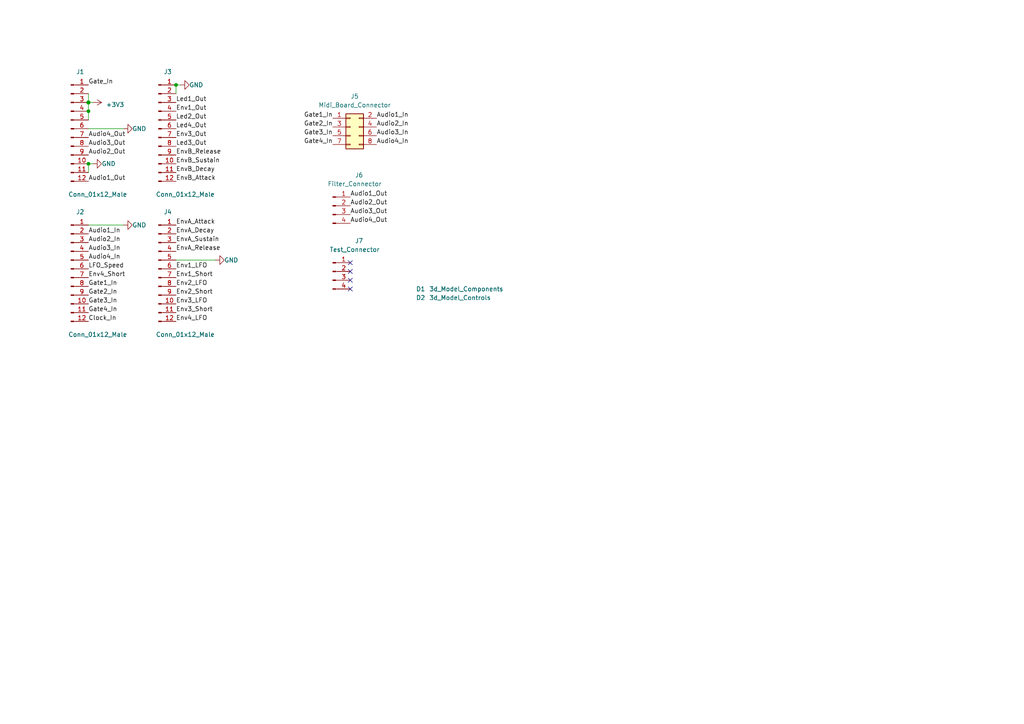
<source format=kicad_sch>
(kicad_sch (version 20230121) (generator eeschema)
  (paper "A4")
  (title_block (title "Ampelope Adapter Board") (date "2023-03-01") (rev "1.0") (company "Mountjoy Modular"))
  (lib_symbols
    (symbol "Connector:Conn_01x04_Male" (pin_names (offset 1.016) hide)
      (property "Reference" "J" (at 0 5.08 0))
      (property "Value" "Conn_01x04_Male" (at 0 -7.62 0))
      (symbol "Conn_01x04_Male_1_1"
        (polyline (pts (xy 1.27 -5.08) (xy 0.8636 -5.08)) (stroke (width 0.1524)))
        (polyline (pts (xy 1.27 -2.54) (xy 0.8636 -2.54)) (stroke (width 0.1524)))
        (polyline (pts (xy 1.27 0) (xy 0.8636 0)) (stroke (width 0.1524)))
        (polyline (pts (xy 1.27 2.54) (xy 0.8636 2.54)) (stroke (width 0.1524)))
        (rectangle (start 0.8636 -4.953) (end 0 -5.207) (stroke (width 0.1524)) (fill (type outline)))
        (rectangle (start 0.8636 -2.413) (end 0 -2.667) (stroke (width 0.1524)) (fill (type outline)))
        (rectangle (start 0.8636 0.127) (end 0 -0.127) (stroke (width 0.1524)) (fill (type outline)))
        (rectangle (start 0.8636 2.667) (end 0 2.413) (stroke (width 0.1524)) (fill (type outline)))
        (pin passive line (at 5.08 2.54 180) (length 3.81) (name "Pin_1") (number "1"))
        (pin passive line (at 5.08 0 180) (length 3.81) (name "Pin_2") (number "2"))
        (pin passive line (at 5.08 -2.54 180) (length 3.81) (name "Pin_3") (number "3"))
        (pin passive line (at 5.08 -5.08 180) (length 3.81) (name "Pin_4") (number "4"))
      )
    )
    (symbol "Connector:Conn_01x12_Male" (pin_names (offset 1.016) hide)
      (property "Reference" "J" (at 0 15.24 0))
      (property "Value" "Conn_01x12_Male" (at 0 -17.78 0))
      (symbol "Conn_01x12_Male_1_1"
        (polyline (pts (xy 1.27 -15.24) (xy 0.8636 -15.24)) (stroke (width 0.1524)))
        (polyline (pts (xy 1.27 -12.7) (xy 0.8636 -12.7)) (stroke (width 0.1524)))
        (polyline (pts (xy 1.27 -10.16) (xy 0.8636 -10.16)) (stroke (width 0.1524)))
        (polyline (pts (xy 1.27 -7.62) (xy 0.8636 -7.62)) (stroke (width 0.1524)))
        (polyline (pts (xy 1.27 -5.08) (xy 0.8636 -5.08)) (stroke (width 0.1524)))
        (polyline (pts (xy 1.27 -2.54) (xy 0.8636 -2.54)) (stroke (width 0.1524)))
        (polyline (pts (xy 1.27 0) (xy 0.8636 0)) (stroke (width 0.1524)))
        (polyline (pts (xy 1.27 2.54) (xy 0.8636 2.54)) (stroke (width 0.1524)))
        (polyline (pts (xy 1.27 5.08) (xy 0.8636 5.08)) (stroke (width 0.1524)))
        (polyline (pts (xy 1.27 7.62) (xy 0.8636 7.62)) (stroke (width 0.1524)))
        (polyline (pts (xy 1.27 10.16) (xy 0.8636 10.16)) (stroke (width 0.1524)))
        (polyline (pts (xy 1.27 12.7) (xy 0.8636 12.7)) (stroke (width 0.1524)))
        (rectangle (start 0.8636 -15.113) (end 0 -15.367) (stroke (width 0.1524)) (fill (type outline)))
        (rectangle (start 0.8636 -12.573) (end 0 -12.827) (stroke (width 0.1524)) (fill (type outline)))
        (rectangle (start 0.8636 -10.033) (end 0 -10.287) (stroke (width 0.1524)) (fill (type outline)))
        (rectangle (start 0.8636 -7.493) (end 0 -7.747) (stroke (width 0.1524)) (fill (type outline)))
        (rectangle (start 0.8636 -4.953) (end 0 -5.207) (stroke (width 0.1524)) (fill (type outline)))
        (rectangle (start 0.8636 -2.413) (end 0 -2.667) (stroke (width 0.1524)) (fill (type outline)))
        (rectangle (start 0.8636 0.127) (end 0 -0.127) (stroke (width 0.1524)) (fill (type outline)))
        (rectangle (start 0.8636 2.667) (end 0 2.413) (stroke (width 0.1524)) (fill (type outline)))
        (rectangle (start 0.8636 5.207) (end 0 4.953) (stroke (width 0.1524)) (fill (type outline)))
        (rectangle (start 0.8636 7.747) (end 0 7.493) (stroke (width 0.1524)) (fill (type outline)))
        (rectangle (start 0.8636 10.287) (end 0 10.033) (stroke (width 0.1524)) (fill (type outline)))
        (rectangle (start 0.8636 12.827) (end 0 12.573) (stroke (width 0.1524)) (fill (type outline)))
        (pin passive line (at 5.08 12.7 180) (length 3.81) (name "Pin_1") (number "1"))
        (pin passive line (at 5.08 -10.16 180) (length 3.81) (name "Pin_10") (number "10"))
        (pin passive line (at 5.08 -12.7 180) (length 3.81) (name "Pin_11") (number "11"))
        (pin passive line (at 5.08 -15.24 180) (length 3.81) (name "Pin_12") (number "12"))
        (pin passive line (at 5.08 10.16 180) (length 3.81) (name "Pin_2") (number "2"))
        (pin passive line (at 5.08 7.62 180) (length 3.81) (name "Pin_3") (number "3"))
        (pin passive line (at 5.08 5.08 180) (length 3.81) (name "Pin_4") (number "4"))
        (pin passive line (at 5.08 2.54 180) (length 3.81) (name "Pin_5") (number "5"))
        (pin passive line (at 5.08 0 180) (length 3.81) (name "Pin_6") (number "6"))
        (pin passive line (at 5.08 -2.54 180) (length 3.81) (name "Pin_7") (number "7"))
        (pin passive line (at 5.08 -5.08 180) (length 3.81) (name "Pin_8") (number "8"))
        (pin passive line (at 5.08 -7.62 180) (length 3.81) (name "Pin_9") (number "9"))
      )
    )
    (symbol "Connector_Generic:Conn_02x04_Odd_Even" (pin_names (offset 1.016) hide)
      (property "Reference" "J" (at 1.27 5.08 0))
      (property "Value" "Conn_02x04_Odd_Even" (at 1.27 -7.62 0))
      (symbol "Conn_02x04_Odd_Even_1_1"
        (rectangle (start -1.27 -4.953) (end 0 -5.207) (stroke (width 0.1524)))
        (rectangle (start -1.27 -2.413) (end 0 -2.667) (stroke (width 0.1524)))
        (rectangle (start -1.27 0.127) (end 0 -0.127) (stroke (width 0.1524)))
        (rectangle (start -1.27 2.667) (end 0 2.413) (stroke (width 0.1524)))
        (rectangle (start -1.27 3.81) (end 3.81 -6.35) (stroke (width 0.254)) (fill (type background)))
        (rectangle (start 3.81 -4.953) (end 2.54 -5.207) (stroke (width 0.1524)))
        (rectangle (start 3.81 -2.413) (end 2.54 -2.667) (stroke (width 0.1524)))
        (rectangle (start 3.81 0.127) (end 2.54 -0.127) (stroke (width 0.1524)))
        (rectangle (start 3.81 2.667) (end 2.54 2.413) (stroke (width 0.1524)))
        (pin passive line (at -5.08 2.54 0) (length 3.81) (name "Pin_1") (number "1"))
        (pin passive line (at 7.62 2.54 180) (length 3.81) (name "Pin_2") (number "2"))
        (pin passive line (at -5.08 0 0) (length 3.81) (name "Pin_3") (number "3"))
        (pin passive line (at 7.62 0 180) (length 3.81) (name "Pin_4") (number "4"))
        (pin passive line (at -5.08 -2.54 0) (length 3.81) (name "Pin_5") (number "5"))
        (pin passive line (at 7.62 -2.54 180) (length 3.81) (name "Pin_6") (number "6"))
        (pin passive line (at -5.08 -5.08 0) (length 3.81) (name "Pin_7") (number "7"))
        (pin passive line (at 7.62 -5.08 180) (length 3.81) (name "Pin_8") (number "8"))
      )
    )
    (symbol "Mountjoy:3d_Model_Dummy"
      (property "Reference" "D" (at 0 0 0))
      (property "Value" "3d_Model_Dummy" (at 0 0 0))
    )
    (symbol "power:+3.3V" (power) (pin_names (offset 0))
      (property "Value" "+3.3V" (at 0 3.556 0))
      (symbol "+3.3V_0_1"
        (polyline (pts (xy -0.762 1.27) (xy 0 2.54)))
        (polyline (pts (xy 0 0) (xy 0 2.54)))
        (polyline (pts (xy 0 2.54) (xy 0.762 1.27)))
      )
      (symbol "+3.3V_1_1"
        (pin power_in line (at 0 0 90) (length 0) hide (name "+3V3") (number "1"))
      )
    )
    (symbol "power:GND" (power) (pin_names (offset 0))
      (property "Value" "GND" (at 0 -3.81 0))
      (symbol "GND_0_1"
        (polyline (pts (xy 0 0) (xy 0 -1.27) (xy 1.27 -1.27) (xy 0 -2.54) (xy -1.27 -1.27) (xy 0 -1.27)))
      )
      (symbol "GND_1_1"
        (pin power_in line (at 0 0 270) (length 0) hide (name "GND") (number "1"))
      )
    )
  )
  (junction (at 25.654 47.498) (diameter 0.9144))
  (junction (at 25.654 32.258) (diameter 0.9144))
  (junction (at 51.054 24.638) (diameter 0.9144))
  (junction (at 25.654 29.718) (diameter 1.016))
  (no_connect (at 101.6 81.28))
  (no_connect (at 101.6 83.82))
  (no_connect (at 101.6 76.2))
  (no_connect (at 101.6 78.74))
  (wire (pts (xy 25.654 47.498) (xy 26.924 47.498)))
  (wire (pts (xy 25.654 27.178) (xy 25.654 29.718)))
  (wire (pts (xy 25.654 47.498) (xy 25.654 50.038)))
  (wire (pts (xy 51.054 24.638) (xy 52.324 24.638)))
  (wire (pts (xy 51.054 24.638) (xy 51.054 27.178)))
  (wire (pts (xy 25.654 65.278) (xy 35.814 65.278)))
  (wire (pts (xy 26.924 29.718) (xy 25.654 29.718)))
  (wire (pts (xy 25.654 37.338) (xy 35.814 37.338)))
  (wire (pts (xy 51.054 75.438) (xy 62.484 75.438)))
  (wire (pts (xy 25.654 29.718) (xy 25.654 32.258)))
  (wire (pts (xy 25.654 32.258) (xy 25.654 34.798)))
  (label "EnvB_Sustain" (at 51.054 47.498 0))
  (label "EnvB_Decay" (at 51.054 50.038 0))
  (label "Gate_In" (at 25.654 24.638 0))
  (label "Audio2_In" (at 25.654 70.358 0))
  (label "Gate4_In" (at 25.654 90.678 0))
  (label "Gate3_In" (at 96.52 39.37 180))
  (label "Led2_Out" (at 51.054 34.798 0))
  (label "Audio4_Out" (at 25.654 39.878 0))
  (label "Audio2_Out" (at 25.654 44.958 0))
  (label "Gate1_In" (at 96.52 34.29 180))
  (label "Audio2_Out" (at 101.6 59.69 0))
  (label "Env1_Short" (at 51.054 80.518 0))
  (label "Led1_Out" (at 51.054 29.718 0))
  (label "Audio4_Out" (at 101.6 64.77 0))
  (label "Led3_Out" (at 51.054 42.418 0))
  (label "Env4_LFO" (at 51.054 93.218 0))
  (label "Audio1_In" (at 25.654 67.818 0))
  (label "Env3_Short" (at 51.054 90.678 0))
  (label "EnvA_Sustain" (at 51.054 70.358 0))
  (label "Gate3_In" (at 25.654 88.138 0))
  (label "Audio4_In" (at 25.654 75.438 0))
  (label "Clock_In" (at 25.654 93.218 0))
  (label "Gate2_In" (at 96.52 36.83 180))
  (label "Audio1_In" (at 109.22 34.29 0))
  (label "Audio3_Out" (at 25.654 42.418 0))
  (label "Audio3_In" (at 109.22 39.37 0))
  (label "Audio4_In" (at 109.22 41.91 0))
  (label "Audio3_Out" (at 101.6 62.23 0))
  (label "Env3_Out" (at 51.054 39.878 0))
  (label "Env2_LFO" (at 51.054 83.058 0))
  (label "EnvA_Attack" (at 51.054 65.278 0))
  (label "Env1_LFO" (at 51.054 77.978 0))
  (label "Led4_Out" (at 51.054 37.338 0))
  (label "Env1_Out" (at 51.054 32.258 0))
  (label "EnvB_Attack" (at 51.054 52.578 0))
  (label "Gate4_In" (at 96.52 41.91 180))
  (label "Audio2_In" (at 109.22 36.83 0))
  (label "Env2_Short" (at 51.054 85.598 0))
  (label "EnvA_Decay" (at 51.054 67.818 0))
  (label "Gate2_In" (at 25.654 85.598 0))
  (label "EnvB_Release" (at 51.054 44.958 0))
  (label "Env3_LFO" (at 51.054 88.138 0))
  (label "LFO_Speed" (at 25.654 77.978 0))
  (label "Gate1_In" (at 25.654 83.058 0))
  (label "Audio1_Out" (at 101.6 57.15 0))
  (label "Audio3_In" (at 25.654 72.898 0))
  (label "EnvA_Release" (at 51.054 72.898 0))
  (label "Env4_Short" (at 25.654 80.518 0))
  (label "Audio1_Out" (at 25.654 52.578 0))
  (symbol (lib_id "Connector:Conn_01x12_Male") (at 45.974 37.338 0) (unit 1)
    (property "Reference" "J3" (at 48.6664 20.828 0))
    (property "Value" "Conn_01x12_Male" (at 53.7464 56.388 0))
    (property "Footprint" "Connector_PinSocket_2.54mm:PinSocket_1x12_P2.54mm_Vertical" (effects hide))
  )
  (symbol (lib_id "power:GND") (at 62.484 75.438 90) (unit 1)
    (property "Reference" "#PWR015" (effects hide))
    (property "Value" "GND" (at 65.024 75.438 90) (effects (justify right)))
  )
  (symbol (lib_id "Mountjoy:3d_Model_Dummy") (at 93.98 80.01 0) (unit 1)
    (property "Reference" "D2" (at 120.65 86.3599 0) (effects (justify left)))
    (property "Value" "3d_Model_Controls" (at 124.46 86.36 0) (effects (justify left)))
    (property "Footprint" "Custom_Footprints:3D_Dummy" (effects hide))
  )
  (symbol (lib_id "power:+3.3V") (at 26.924 29.718 270) (unit 1)
    (property "Reference" "#PWR01" (effects hide))
    (property "Value" "+3.3V" (at 30.734 30.3529 90) (effects (justify left)))
  )
  (symbol (lib_id "Connector:Conn_01x12_Male") (at 45.974 77.978 0) (unit 1)
    (property "Reference" "J4" (at 48.6664 61.468 0))
    (property "Value" "Conn_01x12_Male" (at 53.7464 97.028 0))
    (property "Footprint" "Connector_PinSocket_2.54mm:PinSocket_1x12_P2.54mm_Vertical" (effects hide))
  )
  (symbol (lib_id "power:GND") (at 52.324 24.638 90) (unit 1)
    (property "Reference" "#PWR013" (effects hide))
    (property "Value" "GND" (at 54.864 24.638 90) (effects (justify right)))
  )
  (symbol (lib_id "Connector:Conn_01x04_Male") (at 96.52 78.74 0) (unit 1)
    (property "Reference" "J7" (at 104.14 69.85 0))
    (property "Value" "Test_Connector" (at 102.87 72.39 0))
    (property "Footprint" "Connector_PinHeader_2.54mm:PinHeader_1x04_P2.54mm_Vertical" (effects hide))
  )
  (symbol (lib_id "Mountjoy:3d_Model_Dummy") (at 119.38 85.09 0) (unit 1)
    (property "Reference" "D1" (at 120.65 83.8199 0) (effects (justify left)))
    (property "Value" "3d_Model_Components" (at 124.46 83.82 0) (effects (justify left)))
    (property "Footprint" "Custom_Footprints:3D_Dummy" (effects hide))
  )
  (symbol (lib_id "power:GND") (at 35.814 37.338 90) (unit 1)
    (property "Reference" "#PWR05" (effects hide))
    (property "Value" "GND" (at 38.354 37.338 90) (effects (justify right)))
  )
  (symbol (lib_id "Connector:Conn_01x04_Male") (at 96.52 59.69 0) (unit 1)
    (property "Reference" "J6" (at 104.14 50.8 0))
    (property "Value" "Filter_Connector" (at 102.87 53.34 0))
    (property "Footprint" "Connector_PinHeader_2.54mm:PinHeader_1x04_P2.54mm_Vertical" (effects hide))
  )
  (symbol (lib_id "Connector_Generic:Conn_02x04_Odd_Even") (at 101.6 36.83 0) (unit 1)
    (property "Reference" "J5" (at 102.87 27.94 0))
    (property "Value" "Midi_Board_Connector" (at 102.87 30.48 0))
    (property "Footprint" "Connector_PinHeader_2.54mm:PinHeader_2x04_P2.54mm_Vertical" (effects hide))
  )
  (symbol (lib_id "Connector:Conn_01x12_Male") (at 20.574 37.338 0) (unit 1)
    (property "Reference" "J1" (at 23.2664 20.828 0))
    (property "Value" "Conn_01x12_Male" (at 28.3464 56.388 0))
    (property "Footprint" "Connector_PinSocket_2.54mm:PinSocket_1x12_P2.54mm_Vertical" (effects hide))
  )
  (symbol (lib_id "power:GND") (at 35.814 65.278 90) (unit 1)
    (property "Reference" "#PWR07" (effects hide))
    (property "Value" "GND" (at 38.354 65.278 90) (effects (justify right)))
  )
  (symbol (lib_id "Connector:Conn_01x12_Male") (at 20.574 77.978 0) (unit 1)
    (property "Reference" "J2" (at 23.2664 61.468 0))
    (property "Value" "Conn_01x12_Male" (at 28.3464 97.028 0))
    (property "Footprint" "Connector_PinSocket_2.54mm:PinSocket_1x12_P2.54mm_Vertical" (effects hide))
  )
  (symbol (lib_id "power:GND") (at 26.924 47.498 90) (unit 1)
    (property "Reference" "#PWR03" (effects hide))
    (property "Value" "GND" (at 29.464 47.498 90) (effects (justify right)))
  )
)
</source>
